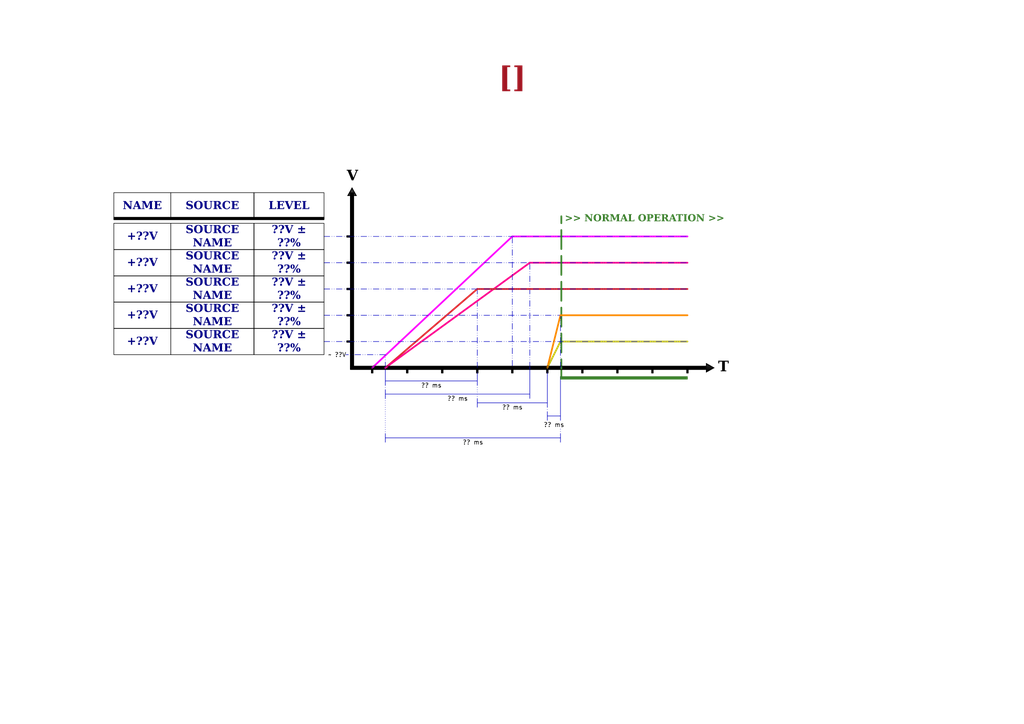
<source format=kicad_sch>
(kicad_sch
	(version 20250114)
	(generator "eeschema")
	(generator_version "9.0")
	(uuid "26e99a33-043b-499d-a26e-816ff79b487a")
	(paper "A4")
	(title_block
		(title "Power - Sequencing")
		(date "Last Modified Date")
		(rev "${REVISION}")
		(company "${COMPANY}")
	)
	(lib_symbols)
	(rectangle
		(start 100.584 75.946)
		(end 102.108 76.454)
		(stroke
			(width 0)
			(type default)
			(color 0 0 0 1)
		)
		(fill
			(type color)
			(color 0 0 0 1)
		)
		(uuid 08e6d16e-cddb-4437-8fb0-3f0e7e248b46)
	)
	(rectangle
		(start 33.02 62.992)
		(end 93.98 63.754)
		(stroke
			(width 0)
			(type default)
			(color 0 0 0 1)
		)
		(fill
			(type color)
			(color 0 0 0 1)
		)
		(uuid 0fed1146-388a-45bf-9011-173d26077006)
	)
	(rectangle
		(start 188.976 106.68)
		(end 189.484 108.204)
		(stroke
			(width 0)
			(type default)
			(color 0 0 0 1)
		)
		(fill
			(type color)
			(color 0 0 0 1)
		)
		(uuid 152b764a-92f4-4340-9181-68bda475581a)
	)
	(rectangle
		(start 128.016 106.68)
		(end 128.524 108.204)
		(stroke
			(width 0)
			(type default)
			(color 0 0 0 1)
		)
		(fill
			(type color)
			(color 0 0 0 1)
		)
		(uuid 18a6df7c-e723-4c6d-8a07-61ca52a10575)
	)
	(rectangle
		(start 148.336 106.68)
		(end 148.844 108.204)
		(stroke
			(width 0)
			(type default)
			(color 0 0 0 1)
		)
		(fill
			(type color)
			(color 0 0 0 1)
		)
		(uuid 4f81071d-ad8c-46b3-a505-d54760487657)
	)
	(rectangle
		(start 138.176 106.68)
		(end 138.684 108.204)
		(stroke
			(width 0)
			(type default)
			(color 0 0 0 1)
		)
		(fill
			(type color)
			(color 0 0 0 1)
		)
		(uuid 6ed763f3-a300-46bd-b03f-1ea8b12951bd)
	)
	(rectangle
		(start 178.816 106.68)
		(end 179.324 108.204)
		(stroke
			(width 0)
			(type default)
			(color 0 0 0 1)
		)
		(fill
			(type color)
			(color 0 0 0 1)
		)
		(uuid 72cdb02e-a3e5-4c0d-b269-1dde16488460)
	)
	(rectangle
		(start 100.584 98.806)
		(end 102.108 99.314)
		(stroke
			(width 0)
			(type default)
			(color 0 0 0 1)
		)
		(fill
			(type color)
			(color 0 0 0 1)
		)
		(uuid 7419fd00-7a07-4a3e-8061-e4e7d169b343)
	)
	(rectangle
		(start 158.496 106.68)
		(end 159.004 108.204)
		(stroke
			(width 0)
			(type default)
			(color 0 0 0 1)
		)
		(fill
			(type color)
			(color 0 0 0 1)
		)
		(uuid 79d3025c-d4d3-4906-97b8-bb1715e37b85)
	)
	(rectangle
		(start 100.584 68.326)
		(end 102.108 68.834)
		(stroke
			(width 0)
			(type default)
			(color 0 0 0 1)
		)
		(fill
			(type color)
			(color 0 0 0 1)
		)
		(uuid 8af0ddaf-78b5-473e-b8ac-ad3105c6b3e6)
	)
	(rectangle
		(start 117.856 106.68)
		(end 118.364 108.204)
		(stroke
			(width 0)
			(type default)
			(color 0 0 0 1)
		)
		(fill
			(type color)
			(color 0 0 0 1)
		)
		(uuid 8bb5ca1d-3fc9-4641-955a-0363e8ec7c6a)
	)
	(rectangle
		(start 162.56 109.22)
		(end 199.39 109.982)
		(stroke
			(width 0)
			(type default)
			(color 53 123 38 1)
		)
		(fill
			(type color)
			(color 53 123 38 1)
		)
		(uuid 9921e9ab-2d5b-4319-ab2f-5e2929d86731)
	)
	(rectangle
		(start 199.136 106.68)
		(end 199.644 108.204)
		(stroke
			(width 0)
			(type default)
			(color 0 0 0 1)
		)
		(fill
			(type color)
			(color 0 0 0 1)
		)
		(uuid 9ab10dd2-cea8-419e-9add-dac261974c40)
	)
	(rectangle
		(start 168.656 106.68)
		(end 169.164 108.204)
		(stroke
			(width 0)
			(type default)
			(color 0 0 0 1)
		)
		(fill
			(type color)
			(color 0 0 0 1)
		)
		(uuid a9aee80a-93ab-44df-9dac-424d9651c57b)
	)
	(rectangle
		(start 100.584 83.566)
		(end 102.108 84.074)
		(stroke
			(width 0)
			(type default)
			(color 0 0 0 1)
		)
		(fill
			(type color)
			(color 0 0 0 1)
		)
		(uuid ab5a8de0-1a61-4607-aebd-5015da52dfb6)
	)
	(rectangle
		(start 101.6 55.88)
		(end 102.616 106.934)
		(stroke
			(width 0)
			(type default)
			(color 0 0 0 1)
		)
		(fill
			(type color)
			(color 0 0 0 1)
		)
		(uuid d3a481d1-24fd-449f-b5ae-f40f2b84574f)
	)
	(rectangle
		(start 100.584 91.186)
		(end 102.108 91.694)
		(stroke
			(width 0)
			(type default)
			(color 0 0 0 1)
		)
		(fill
			(type color)
			(color 0 0 0 1)
		)
		(uuid ed22d764-a315-4db6-b4c9-9b161f0a9336)
	)
	(rectangle
		(start 101.6 106.172)
		(end 204.724 107.188)
		(stroke
			(width 0)
			(type default)
			(color 0 0 0 1)
		)
		(fill
			(type color)
			(color 0 0 0 1)
		)
		(uuid f1ee61fe-6c0a-4407-8efc-133e706c3cfb)
	)
	(rectangle
		(start 107.696 106.68)
		(end 108.204 108.204)
		(stroke
			(width 0)
			(type default)
			(color 0 0 0 1)
		)
		(fill
			(type color)
			(color 0 0 0 1)
		)
		(uuid fc7c50e8-f60b-479c-ba49-62729492c222)
	)
	(text "T"
		(exclude_from_sim no)
		(at 208.28 109.22 0)
		(effects
			(font
				(face "Times New Roman")
				(size 3 3)
				(thickness 0.4)
				(bold yes)
				(color 0 0 0 1)
			)
			(justify left bottom)
		)
		(uuid "07ed78e4-598e-4d29-9310-d5f40993a83d")
	)
	(text "V"
		(exclude_from_sim no)
		(at 100.584 53.848 0)
		(effects
			(font
				(face "Times New Roman")
				(size 3 3)
				(thickness 0.4)
				(bold yes)
				(color 0 0 0 1)
			)
			(justify left bottom)
		)
		(uuid "3b126a2c-8a76-4ced-9890-b8e9f91f22ae")
	)
	(text ">> NORMAL OPERATION >>"
		(exclude_from_sim no)
		(at 163.83 65.278 0)
		(effects
			(font
				(face "Times New Roman")
				(size 2 2)
				(thickness 0.4)
				(bold yes)
				(color 53 123 38 1)
			)
			(justify left bottom)
		)
		(uuid "4eba8f2a-f80f-4e4f-9868-b3b682ed40ff")
	)
	(text_box "LEVEL"
		(exclude_from_sim no)
		(at 73.66 55.88 0)
		(size 20.32 7.62)
		(margins 1.7145 1.7145 1.7145 1.7145)
		(stroke
			(width 0)
			(type default)
			(color 0 0 0 1)
		)
		(fill
			(type none)
		)
		(effects
			(font
				(face "Times New Roman")
				(size 2.286 2.286)
				(bold yes)
				(color 0 0 127 1)
			)
		)
		(uuid "04c11455-779b-4327-8983-5cd82a1a5e29")
	)
	(text_box "+??V"
		(exclude_from_sim no)
		(at 33.02 64.77 0)
		(size 16.51 7.62)
		(margins 1.7145 1.7145 1.7145 1.7145)
		(stroke
			(width 0)
			(type default)
			(color 0 0 0 1)
		)
		(fill
			(type none)
		)
		(effects
			(font
				(face "Times New Roman")
				(size 2.286 2.286)
				(bold yes)
				(color 0 0 127 1)
			)
		)
		(uuid "0c001783-17b7-4f89-94f2-276e82ef94e9")
	)
	(text_box "SOURCE NAME"
		(exclude_from_sim no)
		(at 49.53 87.63 0)
		(size 24.13 7.62)
		(margins 1.7145 1.7145 1.7145 1.7145)
		(stroke
			(width 0)
			(type default)
			(color 0 0 0 1)
		)
		(fill
			(type none)
		)
		(effects
			(font
				(face "Times New Roman")
				(size 2.286 2.286)
				(bold yes)
				(color 0 0 127 1)
			)
		)
		(uuid "28b777f0-29ba-4418-9b37-98a7ab37b6eb")
	)
	(text_box "?? ms"
		(exclude_from_sim no)
		(at 156.21 121.92 0)
		(size 8.89 2.54)
		(margins 0.9524 0.9524 0.9524 0.9524)
		(stroke
			(width -0.0001)
			(type default)
		)
		(fill
			(type none)
		)
		(effects
			(font
				(size 1.27 1.27)
				(color 0 0 0 1)
			)
		)
		(uuid "2f47554e-53f1-4363-8ae0-62ecbf6e9b7f")
	)
	(text_box "?? ms"
		(exclude_from_sim no)
		(at 111.76 114.3 0)
		(size 41.91 2.54)
		(margins 0.9524 0.9524 0.9524 0.9524)
		(stroke
			(width -0.0001)
			(type default)
		)
		(fill
			(type none)
		)
		(effects
			(font
				(size 1.27 1.27)
				(color 0 0 0 1)
			)
		)
		(uuid "355b7b59-9272-441d-b4d0-2707ac545c22")
	)
	(text_box "??V ± ??%"
		(exclude_from_sim no)
		(at 73.66 64.77 0)
		(size 20.32 7.62)
		(margins 1.7145 1.7145 1.7145 1.7145)
		(stroke
			(width 0)
			(type default)
			(color 0 0 0 1)
		)
		(fill
			(type none)
		)
		(effects
			(font
				(face "Times New Roman")
				(size 2.286 2.286)
				(bold yes)
				(color 0 0 127 1)
			)
		)
		(uuid "3a364f6d-f9c0-44a8-b403-1e507263de2b")
	)
	(text_box "SOURCE NAME"
		(exclude_from_sim no)
		(at 49.53 80.01 0)
		(size 24.13 7.62)
		(margins 1.7145 1.7145 1.7145 1.7145)
		(stroke
			(width 0)
			(type default)
			(color 0 0 0 1)
		)
		(fill
			(type none)
		)
		(effects
			(font
				(face "Times New Roman")
				(size 2.286 2.286)
				(bold yes)
				(color 0 0 127 1)
			)
		)
		(uuid "41f8fb28-2595-4968-b5ab-f9a83f7eb8b4")
	)
	(text_box "+??V"
		(exclude_from_sim no)
		(at 33.02 87.63 0)
		(size 16.51 7.62)
		(margins 1.7145 1.7145 1.7145 1.7145)
		(stroke
			(width 0)
			(type default)
			(color 0 0 0 1)
		)
		(fill
			(type none)
		)
		(effects
			(font
				(face "Times New Roman")
				(size 2.286 2.286)
				(bold yes)
				(color 0 0 127 1)
			)
		)
		(uuid "4c497bcc-d023-43d6-9a3c-f742109831d3")
	)
	(text_box "+??V"
		(exclude_from_sim no)
		(at 33.02 95.25 0)
		(size 16.51 7.62)
		(margins 1.7145 1.7145 1.7145 1.7145)
		(stroke
			(width 0)
			(type default)
			(color 0 0 0 1)
		)
		(fill
			(type none)
		)
		(effects
			(font
				(face "Times New Roman")
				(size 2.286 2.286)
				(bold yes)
				(color 0 0 127 1)
			)
		)
		(uuid "4d6b12e0-f0d2-4ebf-8c83-afb612a210b2")
	)
	(text_box "??V ± ??%"
		(exclude_from_sim no)
		(at 73.66 87.63 0)
		(size 20.32 7.62)
		(margins 1.7145 1.7145 1.7145 1.7145)
		(stroke
			(width 0)
			(type default)
			(color 0 0 0 1)
		)
		(fill
			(type none)
		)
		(effects
			(font
				(face "Times New Roman")
				(size 2.286 2.286)
				(bold yes)
				(color 0 0 127 1)
			)
		)
		(uuid "54d038a6-0eb6-463c-bc22-2c25e3cef5f4")
	)
	(text_box "?? ms"
		(exclude_from_sim no)
		(at 138.43 116.84 0)
		(size 20.32 2.54)
		(margins 0.9524 0.9524 0.9524 0.9524)
		(stroke
			(width -0.0001)
			(type default)
		)
		(fill
			(type none)
		)
		(effects
			(font
				(size 1.27 1.27)
				(color 0 0 0 1)
			)
		)
		(uuid "643d381f-b881-4bfb-8e44-8914716b032e")
	)
	(text_box "?? ms"
		(exclude_from_sim no)
		(at 111.76 110.49 0)
		(size 26.67 2.54)
		(margins 0.9524 0.9524 0.9524 0.9524)
		(stroke
			(width -0.0001)
			(type default)
		)
		(fill
			(type none)
		)
		(effects
			(font
				(size 1.27 1.27)
				(color 0 0 0 1)
			)
		)
		(uuid "76a5680d-cb47-4c17-afe1-8a01a0364ff0")
	)
	(text_box "+??V"
		(exclude_from_sim no)
		(at 33.02 72.39 0)
		(size 16.51 7.62)
		(margins 1.7145 1.7145 1.7145 1.7145)
		(stroke
			(width 0)
			(type default)
			(color 0 0 0 1)
		)
		(fill
			(type none)
		)
		(effects
			(font
				(face "Times New Roman")
				(size 2.286 2.286)
				(bold yes)
				(color 0 0 127 1)
			)
		)
		(uuid "7a9925bb-0a82-44e9-b50e-7432195edc6d")
	)
	(text_box "??V ± ??%"
		(exclude_from_sim no)
		(at 73.66 80.01 0)
		(size 20.32 7.62)
		(margins 1.7145 1.7145 1.7145 1.7145)
		(stroke
			(width 0)
			(type default)
			(color 0 0 0 1)
		)
		(fill
			(type none)
		)
		(effects
			(font
				(face "Times New Roman")
				(size 2.286 2.286)
				(bold yes)
				(color 0 0 127 1)
			)
		)
		(uuid "7e9b3897-acb5-40f5-99fa-000f1452ef2d")
	)
	(text_box "▼"
		(exclude_from_sim no)
		(at 204.47 105.41 90)
		(size 2.54 2.54)
		(margins 2.2499 2.2499 2.2499 2.2499)
		(stroke
			(width -0.0001)
			(type default)
		)
		(fill
			(type none)
		)
		(effects
			(font
				(size 3 3)
				(color 0 0 0 1)
			)
		)
		(uuid "80ee4b67-f4fe-4c67-906e-99632b3db8ee")
	)
	(text_box "[${#}] ${SHEETNAME}"
		(exclude_from_sim no)
		(at 80.01 16.51 0)
		(size 137.16 12.7)
		(margins 4.4999 4.4999 4.4999 4.4999)
		(stroke
			(width -0.0001)
			(type solid)
		)
		(fill
			(type none)
		)
		(effects
			(font
				(face "Times New Roman")
				(size 6 6)
				(thickness 1.2)
				(bold yes)
				(color 162 22 34 1)
			)
		)
		(uuid "80f76b8d-52cb-49fe-9647-9cd8137cf5f3")
	)
	(text_box "~ ??V"
		(exclude_from_sim no)
		(at 93.98 101.6 0)
		(size 7.62 2.54)
		(margins 0.9524 0.9524 0.9524 0.9524)
		(stroke
			(width -0.0001)
			(type default)
		)
		(fill
			(type none)
		)
		(effects
			(font
				(size 1.27 1.27)
				(color 0 0 0 1)
			)
		)
		(uuid "9c6940c5-6364-4d33-abb8-9f48dde225b4")
	)
	(text_box "NAME"
		(exclude_from_sim no)
		(at 33.02 55.88 0)
		(size 16.51 7.62)
		(margins 1.7145 1.7145 1.7145 1.7145)
		(stroke
			(width 0)
			(type default)
			(color 0 0 0 1)
		)
		(fill
			(type none)
		)
		(effects
			(font
				(face "Times New Roman")
				(size 2.286 2.286)
				(bold yes)
				(color 0 0 127 1)
			)
		)
		(uuid "9dbd7012-aca2-4151-b01b-61672211c6fa")
	)
	(text_box "▲"
		(exclude_from_sim no)
		(at 100.838 54.102 0)
		(size 2.54 2.54)
		(margins 2.2499 2.2499 2.2499 2.2499)
		(stroke
			(width -0.0001)
			(type default)
		)
		(fill
			(type none)
		)
		(effects
			(font
				(size 3 3)
				(color 0 0 0 1)
			)
		)
		(uuid "a799f66a-cda3-47f5-a796-a363847c1e31")
	)
	(text_box "SOURCE NAME"
		(exclude_from_sim no)
		(at 49.53 95.25 0)
		(size 24.13 7.62)
		(margins 1.7145 1.7145 1.7145 1.7145)
		(stroke
			(width 0)
			(type default)
			(color 0 0 0 1)
		)
		(fill
			(type none)
		)
		(effects
			(font
				(face "Times New Roman")
				(size 2.286 2.286)
				(bold yes)
				(color 0 0 127 1)
			)
		)
		(uuid "a9378b0b-bd73-4087-b978-3d0288061c57")
	)
	(text_box "SOURCE"
		(exclude_from_sim no)
		(at 49.53 55.88 0)
		(size 24.13 7.62)
		(margins 1.7145 1.7145 1.7145 1.7145)
		(stroke
			(width 0)
			(type default)
			(color 0 0 0 1)
		)
		(fill
			(type none)
		)
		(effects
			(font
				(face "Times New Roman")
				(size 2.286 2.286)
				(bold yes)
				(color 0 0 127 1)
			)
		)
		(uuid "ae0da5ec-3dd1-4b36-9cbb-5309b79b18ec")
	)
	(text_box "+??V"
		(exclude_from_sim no)
		(at 33.02 80.01 0)
		(size 16.51 7.62)
		(margins 1.7145 1.7145 1.7145 1.7145)
		(stroke
			(width 0)
			(type default)
			(color 0 0 0 1)
		)
		(fill
			(type none)
		)
		(effects
			(font
				(face "Times New Roman")
				(size 2.286 2.286)
				(bold yes)
				(color 0 0 127 1)
			)
		)
		(uuid "baa53509-f70a-488f-a91f-d90b0a44c3ee")
	)
	(text_box "??V ± ??%"
		(exclude_from_sim no)
		(at 73.66 95.25 0)
		(size 20.32 7.62)
		(margins 1.7145 1.7145 1.7145 1.7145)
		(stroke
			(width 0)
			(type default)
			(color 0 0 0 1)
		)
		(fill
			(type none)
		)
		(effects
			(font
				(face "Times New Roman")
				(size 2.286 2.286)
				(bold yes)
				(color 0 0 127 1)
			)
		)
		(uuid "cfed6416-9676-4913-93f8-be33cec7ee15")
	)
	(text_box "SOURCE NAME"
		(exclude_from_sim no)
		(at 49.53 72.39 0)
		(size 24.13 7.62)
		(margins 1.7145 1.7145 1.7145 1.7145)
		(stroke
			(width 0)
			(type default)
			(color 0 0 0 1)
		)
		(fill
			(type none)
		)
		(effects
			(font
				(face "Times New Roman")
				(size 2.286 2.286)
				(bold yes)
				(color 0 0 127 1)
			)
		)
		(uuid "d4825f07-a07c-43f0-9267-51fb0c8beb92")
	)
	(text_box "??V ± ??%"
		(exclude_from_sim no)
		(at 73.66 72.39 0)
		(size 20.32 7.62)
		(margins 1.7145 1.7145 1.7145 1.7145)
		(stroke
			(width 0)
			(type default)
			(color 0 0 0 1)
		)
		(fill
			(type none)
		)
		(effects
			(font
				(face "Times New Roman")
				(size 2.286 2.286)
				(bold yes)
				(color 0 0 127 1)
			)
		)
		(uuid "dd951238-83be-49f1-b5d4-dd307bef2421")
	)
	(text_box "?? ms"
		(exclude_from_sim no)
		(at 111.76 127 0)
		(size 50.8 2.54)
		(margins 0.9524 0.9524 0.9524 0.9524)
		(stroke
			(width -0.0001)
			(type default)
		)
		(fill
			(type none)
		)
		(effects
			(font
				(size 1.27 1.27)
				(color 0 0 0 1)
			)
		)
		(uuid "ec41c4d8-d7f7-4738-8da7-ebebc512795e")
	)
	(text_box "SOURCE NAME"
		(exclude_from_sim no)
		(at 49.53 64.77 0)
		(size 24.13 7.62)
		(margins 1.7145 1.7145 1.7145 1.7145)
		(stroke
			(width 0)
			(type default)
			(color 0 0 0 1)
		)
		(fill
			(type none)
		)
		(effects
			(font
				(face "Times New Roman")
				(size 2.286 2.286)
				(bold yes)
				(color 0 0 127 1)
			)
		)
		(uuid "f44a25dd-4d06-4743-b63e-2b77b9291c46")
	)
	(text_box "Tip: you can set NetClass Colors for different voltage rails in File → Schematic Setup → Project → Net Classes"
		(exclude_from_sim no)
		(at 11.43 212.09 0)
		(size 173.99 6.35)
		(margins 1.9049 1.9049 1.9049 1.9049)
		(stroke
			(width -0.0001)
			(type default)
		)
		(fill
			(type none)
		)
		(effects
			(font
				(size 2.54 2.54)
				(thickness 0.381)
				(bold yes)
				(color 0 0 0 1)
			)
			(justify right top)
		)
		(uuid "f9272ea8-e49b-4c44-9339-e900b43cc231")
	)
	(polyline
		(pts
			(xy 111.76 106.68) (xy 153.67 76.2)
		)
		(stroke
			(width 0.5)
			(type solid)
			(color 255 0 133 1)
		)
		(uuid "14cc31f5-5b1d-4b99-9a30-1de7f84e106d")
	)
	(polyline
		(pts
			(xy 111.76 102.87) (xy 100.33 102.87)
		)
		(stroke
			(width 0)
			(type dash_dot_dot)
		)
		(uuid "176eb350-134d-4c1a-a967-a05b371b9b92")
	)
	(polyline
		(pts
			(xy 162.56 125.73) (xy 162.56 128.27)
		)
		(stroke
			(width 0)
			(type default)
		)
		(uuid "265a5d50-44ba-48ae-a091-bd8b2830d82a")
	)
	(polyline
		(pts
			(xy 158.75 120.65) (xy 162.56 120.65)
		)
		(stroke
			(width 0)
			(type default)
		)
		(uuid "2aff2b87-d6f1-4cc0-8284-8b904b49ef36")
	)
	(polyline
		(pts
			(xy 148.59 106.172) (xy 148.59 68.58)
		)
		(stroke
			(width 0)
			(type dash_dot_dot)
		)
		(uuid "2c89142b-99fb-43b5-b9d3-03f021389fdb")
	)
	(polyline
		(pts
			(xy 93.98 99.06) (xy 199.39 99.06)
		)
		(stroke
			(width 0)
			(type dash_dot_dot)
		)
		(uuid "3c31ec5e-b221-4aec-84a3-080393b50b04")
	)
	(polyline
		(pts
			(xy 111.76 111.76) (xy 111.76 113.03)
		)
		(stroke
			(width 0)
			(type dot)
		)
		(uuid "3d394317-cd67-4649-8df5-ebc365ddbfdf")
	)
	(polyline
		(pts
			(xy 158.75 119.38) (xy 158.75 121.92)
		)
		(stroke
			(width 0)
			(type default)
		)
		(uuid "3e2e08fe-6523-4396-b274-cda6d56778e0")
	)
	(polyline
		(pts
			(xy 162.56 91.44) (xy 199.39 91.44)
		)
		(stroke
			(width 0.5)
			(type default)
			(color 252 134 0 1)
		)
		(uuid "42c654f5-ac46-4448-ba19-6c5d32d22917")
	)
	(polyline
		(pts
			(xy 93.98 68.58) (xy 199.39 68.58)
		)
		(stroke
			(width 0)
			(type dash_dot_dot)
		)
		(uuid "4388944b-41bf-4dc2-b0dd-f03016b61251")
	)
	(polyline
		(pts
			(xy 138.43 111.76) (xy 138.43 115.57)
		)
		(stroke
			(width 0)
			(type dot)
		)
		(uuid "47a9c20d-5952-4ec8-bb7e-594d55c7461b")
	)
	(polyline
		(pts
			(xy 162.56 99.06) (xy 199.39 99.06)
		)
		(stroke
			(width 0.5)
			(type default)
			(color 197 195 20 1)
		)
		(uuid "49c66179-9940-468d-b223-88985cd9871b")
	)
	(polyline
		(pts
			(xy 111.76 114.3) (xy 153.67 114.3)
		)
		(stroke
			(width 0)
			(type default)
		)
		(uuid "49e75bcf-0616-4923-874b-4bd06ede6c5d")
	)
	(polyline
		(pts
			(xy 138.43 116.84) (xy 158.75 116.84)
		)
		(stroke
			(width 0)
			(type default)
		)
		(uuid "52b595f5-a4c4-4069-bfb0-f9071850e175")
	)
	(polyline
		(pts
			(xy 93.98 83.82) (xy 199.39 83.82)
		)
		(stroke
			(width 0)
			(type dash_dot_dot)
		)
		(uuid "5421d69e-5d49-4096-96c0-82f91adfb960")
	)
	(polyline
		(pts
			(xy 162.814 109.728) (xy 162.814 62.738)
		)
		(stroke
			(width 0.5)
			(type dash)
			(color 53 123 38 1)
		)
		(uuid "571b7b03-ab02-42e5-814b-af8217374239")
	)
	(polyline
		(pts
			(xy 138.43 83.82) (xy 199.39 83.82)
		)
		(stroke
			(width 0.5)
			(type default)
			(color 218 36 44 1)
		)
		(uuid "5d0e334d-67d8-48da-b576-32c4ae5dc53d")
	)
	(polyline
		(pts
			(xy 162.56 109.22) (xy 162.56 121.92)
		)
		(stroke
			(width 0)
			(type default)
		)
		(uuid "5fce4afd-58b2-496a-8ec6-376b126b7aa5")
	)
	(polyline
		(pts
			(xy 93.98 76.2) (xy 199.39 76.2)
		)
		(stroke
			(width 0)
			(type dash_dot_dot)
		)
		(uuid "6a20c2f3-4100-47ca-84db-e03414a75c97")
	)
	(polyline
		(pts
			(xy 153.67 76.2) (xy 199.39 76.2)
		)
		(stroke
			(width 0.5)
			(type solid)
			(color 255 0 133 1)
		)
		(uuid "6f97e3ca-cb2e-48ba-b000-4d63a9fe6edc")
	)
	(polyline
		(pts
			(xy 148.59 68.58) (xy 199.39 68.58)
		)
		(stroke
			(width 0.5)
			(type default)
			(color 255 0 255 1)
		)
		(uuid "77ddfb81-3eaa-462e-a520-91e0ed6ffb6f")
	)
	(polyline
		(pts
			(xy 138.43 115.57) (xy 138.43 118.11)
		)
		(stroke
			(width 0)
			(type default)
		)
		(uuid "78700d2c-d43e-4df1-ae7e-aad5fe6eddcf")
	)
	(polyline
		(pts
			(xy 153.67 106.68) (xy 153.67 115.57)
		)
		(stroke
			(width 0)
			(type default)
		)
		(uuid "7ac002d5-aae0-4230-953a-285d2af5cafc")
	)
	(polyline
		(pts
			(xy 111.76 127) (xy 162.56 127)
		)
		(stroke
			(width 0)
			(type default)
		)
		(uuid "7dba0084-5937-47c9-8663-44e93a9bf03f")
	)
	(polyline
		(pts
			(xy 93.98 91.44) (xy 199.39 91.44)
		)
		(stroke
			(width 0)
			(type dash_dot_dot)
		)
		(uuid "91a91d82-c27c-4a2d-b046-94fb5c0f1f7a")
	)
	(polyline
		(pts
			(xy 111.76 113.03) (xy 111.76 125.73)
		)
		(stroke
			(width 0)
			(type dot)
		)
		(uuid "936cce09-ddca-49b3-9254-0455e21801ca")
	)
	(polyline
		(pts
			(xy 111.76 106.68) (xy 138.43 83.82)
		)
		(stroke
			(width 0.5)
			(type default)
			(color 218 36 44 1)
		)
		(uuid "936e4695-90d1-473f-b2e9-3925dbcc41a5")
	)
	(polyline
		(pts
			(xy 111.76 125.73) (xy 111.76 128.27)
		)
		(stroke
			(width 0)
			(type default)
		)
		(uuid "9ad0a032-a5f5-4da8-986a-f5f07d651180")
	)
	(polyline
		(pts
			(xy 162.56 106.68) (xy 162.56 91.44)
		)
		(stroke
			(width 0)
			(type dash_dot_dot)
		)
		(uuid "9bacc9d8-82df-4198-a3ae-25132c3a38e4")
	)
	(polyline
		(pts
			(xy 138.43 107.95) (xy 138.43 111.76)
		)
		(stroke
			(width 0)
			(type default)
		)
		(uuid "9c33435c-a2b5-49b2-a841-eb211fbdc289")
	)
	(polyline
		(pts
			(xy 111.76 106.68) (xy 111.76 111.76)
		)
		(stroke
			(width 0)
			(type default)
		)
		(uuid "aa007ab0-f32f-4517-85ca-adce19623b6c")
	)
	(polyline
		(pts
			(xy 162.56 124.46) (xy 162.56 125.73)
		)
		(stroke
			(width 0)
			(type dot)
		)
		(uuid "ab47f80f-2219-40dc-8971-d659594e47c6")
	)
	(polyline
		(pts
			(xy 138.43 106.68) (xy 138.43 83.82)
		)
		(stroke
			(width 0)
			(type dash_dot_dot)
		)
		(uuid "b2256ad8-52e1-467a-97eb-791649f1c7eb")
	)
	(polyline
		(pts
			(xy 107.95 106.68) (xy 148.59 68.58)
		)
		(stroke
			(width 0.5)
			(type default)
			(color 255 0 255 1)
		)
		(uuid "bb11bb7b-66c0-432b-8711-470a4ce95921")
	)
	(polyline
		(pts
			(xy 153.67 106.68) (xy 153.67 76.2)
		)
		(stroke
			(width 0)
			(type dash_dot_dot)
		)
		(uuid "ccd26a26-5b18-4319-ac93-d9d60e06ef1a")
	)
	(polyline
		(pts
			(xy 158.75 118.11) (xy 158.75 119.38)
		)
		(stroke
			(width 0)
			(type dot)
		)
		(uuid "cd587bfb-80d0-4c74-af9e-3f5fb7118487")
	)
	(polyline
		(pts
			(xy 111.76 110.49) (xy 138.43 110.49)
		)
		(stroke
			(width 0)
			(type default)
		)
		(uuid "d56fcce8-bec3-4013-997f-52db8c3ef91e")
	)
	(polyline
		(pts
			(xy 111.76 113.03) (xy 111.76 115.57)
		)
		(stroke
			(width 0)
			(type default)
		)
		(uuid "e1d95917-4ce4-46f6-a72b-b2d08b7453f7")
	)
	(polyline
		(pts
			(xy 158.75 107.95) (xy 158.75 118.11)
		)
		(stroke
			(width 0)
			(type default)
		)
		(uuid "eb35ffa1-7ea0-4f7c-b58a-cf2ad49d1835")
	)
	(polyline
		(pts
			(xy 158.75 106.68) (xy 162.56 91.44)
		)
		(stroke
			(width 0.5)
			(type default)
			(color 252 134 0 1)
		)
		(uuid "ebc6628c-4f6b-481d-8074-2818b0d5a070")
	)
	(polyline
		(pts
			(xy 158.75 106.68) (xy 162.56 99.06)
		)
		(stroke
			(width 0.5)
			(type default)
			(color 197 195 20 1)
		)
		(uuid "f456ed01-83a1-4d6b-9599-582a9c86c8ae")
	)
	(polyline
		(pts
			(xy 111.76 106.68) (xy 111.76 102.87)
		)
		(stroke
			(width 0)
			(type dash_dot_dot)
		)
		(uuid "f927dc60-c8d8-4c88-bd0c-f4986498a3fd")
	)
)

</source>
